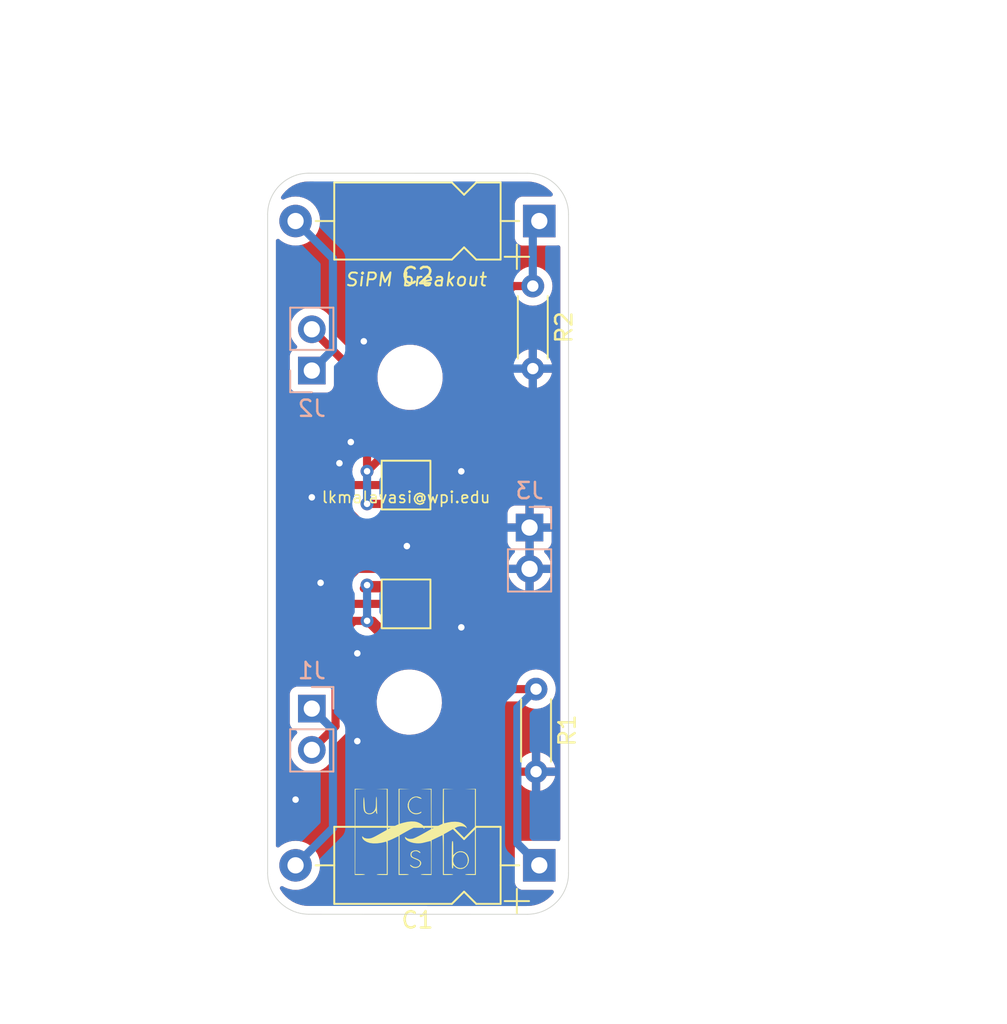
<source format=kicad_pcb>
(kicad_pcb (version 20211014) (generator pcbnew)
  (layers (0 "F.Cu" signal) (31 "B.Cu" signal) (34 "B.Paste" user) (35 "F.Paste" user) (36 "B.SilkS" user "B.Silkscreen") (37 "F.SilkS" user "F.Silkscreen") (38 "B.Mask" user) (39 "F.Mask" user) (44 "Edge.Cuts" user))
  (net 0 "")
  (net 1 "/SIG1")
  (net 2 "/BIAS1")
  (net 3 "/BIAS2")
  (net 4 "/SIG2")
  (net 5 "/GND")
  (net 6 "Net-(C1-Pad1)")
  (net 7 "Net-(C2-Pad1)")
  (footprint "Package_BGA:AFBR-S4N33C013(3x3mm9bga)" (layer "F.Cu") (at 85.2 107.755 180)
    (fp_text reference "D1" (at 0 -0.5 180 unlocked) (layer "F.SilkS"))
    (fp_text value "D_SiPM")
    (fp_rect (start -1.5 4.7) (end 1.5 7.7) (layer "F.SilkS") (width 0.12) (fill none))
    (pad "1" smd circle (at 0 5.1 180) (size 0.5 0.5) (layers "F.Cu" "F.Paste" "F.Mask") (net 2 "/BIAS1"))
    (pad "1" smd circle (at 1 7.2 180) (size 0.5 0.5) (layers "F.Cu" "F.Paste" "F.Mask") (net 2 "/BIAS1"))
    (pad "1" smd circle (at -1 7.2 180) (size 0.5 0.5) (layers "F.Cu" "F.Paste" "F.Mask") (net 2 "/BIAS1"))
    (pad "1" smd circle (at 0 7.2 180) (size 0.5 0.5) (layers "F.Cu" "F.Paste" "F.Mask") (net 2 "/BIAS1"))
    (pad "2" smd circle (at 1 6.2 180) (size 0.5 0.5) (layers "F.Cu" "F.Paste" "F.Mask") (net 6 "Net-(C1-Pad1)"))
    (pad "2" smd circle (at -1 6.2 180) (size 0.5 0.5) (layers "F.Cu" "F.Paste" "F.Mask") (net 6 "Net-(C1-Pad1)"))
    (pad "4" smd circle (at -1 5.1 180) (size 0.5 0.5) (layers "F.Cu" "F.Paste" "F.Mask"))
    (pad "4" smd circle (at 1 5.1 180) (size 0.5 0.5) (layers "F.Cu" "F.Paste" "F.Mask"))
    (pad "5" smd circle (at 0 6.2 180) (size 0.5 0.5) (layers "F.Cu" "F.Paste" "F.Mask"))
  )
  (footprint "Resistor_THT:R_Axial_DIN0204_L3.6mm_D1.6mm_P5.08mm_Horizontal" (layer "F.Cu") (at 93 82 -90)
    (fp_text reference "R2" (at 2.54 -1.92 90) (layer "F.SilkS"))
    (fp_text value "5k")
    (fp_line (start 0.62 -0.92) (end 4.46 -0.92) (layer "F.SilkS") (width 0.12))
    (fp_line (start 0.62 0.92) (end 4.46 0.92) (layer "F.SilkS") (width 0.12))
    (pad "1" thru_hole circle (at 0 0 270) (size 1.4 1.4) (drill 0.7) (layers *.Cu *.Mask) (net 7 "Net-(C2-Pad1)"))
    (pad "2" thru_hole oval (at 5.08 0 270) (size 1.4 1.4) (drill 0.7) (layers *.Cu *.Mask) (net 5 "/GND"))
  )
  (footprint "Resistor_THT:R_Axial_DIN0204_L3.6mm_D1.6mm_P5.08mm_Horizontal" (layer "F.Cu") (at 93.2 106.8 -90)
    (fp_text reference "R1" (at 2.54 -1.92 90) (layer "F.SilkS"))
    (fp_text value "5k")
    (fp_line (start 0.62 -0.92) (end 4.46 -0.92) (layer "F.SilkS") (width 0.12))
    (fp_line (start 0.62 0.92) (end 4.46 0.92) (layer "F.SilkS") (width 0.12))
    (pad "1" thru_hole circle (at 0 0 270) (size 1.4 1.4) (drill 0.7) (layers *.Cu *.Mask) (net 6 "Net-(C1-Pad1)"))
    (pad "2" thru_hole oval (at 5.08 0 270) (size 1.4 1.4) (drill 0.7) (layers *.Cu *.Mask) (net 5 "/GND"))
  )
  (footprint "Capacitor_THT:CP_Axial_L10.0mm_D4.5mm_P15.00mm_Horizontal" (layer "F.Cu") (at 93.4 117.6425 180)
    (fp_text reference "C1" (at 7.5 -3.37) (layer "F.SilkS"))
    (fp_text value "10u")
    (fp_line (start 4.63 1.62) (end 5.38 2.37) (layer "F.SilkS") (width 0.12))
    (fp_line (start 4.63 -1.62) (end 5.38 -2.37) (layer "F.SilkS") (width 0.12))
    (fp_line (start 5.38 2.37) (end 12.62 2.37) (layer "F.SilkS") (width 0.12))
    (fp_line (start 13.76 0) (end 12.62 0) (layer "F.SilkS") (width 0.12))
    (fp_line (start 1.38 -2.95) (end 1.38 -1.45) (layer "F.SilkS") (width 0.12))
    (fp_line (start 5.38 -2.37) (end 12.62 -2.37) (layer "F.SilkS") (width 0.12))
    (fp_line (start 1.24 0) (end 2.38 0) (layer "F.SilkS") (width 0.12))
    (fp_line (start 0.63 -2.2) (end 2.13 -2.2) (layer "F.SilkS") (width 0.12))
    (fp_line (start 2.38 -2.37) (end 3.88 -2.37) (layer "F.SilkS") (width 0.12))
    (fp_line (start 2.38 -2.37) (end 2.38 2.37) (layer "F.SilkS") (width 0.12))
    (fp_line (start 12.62 -2.37) (end 12.62 2.37) (layer "F.SilkS") (width 0.12))
    (fp_line (start 3.88 -2.37) (end 4.63 -1.62) (layer "F.SilkS") (width 0.12))
    (fp_line (start 2.38 2.37) (end 3.88 2.37) (layer "F.SilkS") (width 0.12))
    (fp_line (start 3.88 2.37) (end 4.63 1.62) (layer "F.SilkS") (width 0.12))
    (pad "1" thru_hole rect (at 0 0 180) (size 2 2) (drill 1) (layers *.Cu *.Mask) (net 6 "Net-(C1-Pad1)"))
    (pad "2" thru_hole oval (at 15 0 180) (size 2 2) (drill 1) (layers *.Cu *.Mask) (net 1 "/SIG1"))
  )
  (footprint "Package_BGA:AFBR-S4N33C013(3x3mm9bga)" (layer "F.Cu") (at 85.2 88.045)
    (fp_text reference "D2" (at 0 -0.5 unlocked) (layer "F.SilkS"))
    (fp_text value "D_SiPM")
    (fp_rect (start -1.5 4.7) (end 1.5 7.7) (layer "F.SilkS") (width 0.12) (fill none))
    (pad "1" smd circle (at 0 7.2) (size 0.5 0.5) (layers "F.Cu" "F.Paste" "F.Mask") (net 3 "/BIAS2"))
    (pad "1" smd circle (at -1 7.2) (size 0.5 0.5) (layers "F.Cu" "F.Paste" "F.Mask") (net 3 "/BIAS2"))
    (pad "1" smd circle (at 1 7.2) (size 0.5 0.5) (layers "F.Cu" "F.Paste" "F.Mask") (net 3 "/BIAS2"))
    (pad "1" smd circle (at 0 5.1) (size 0.5 0.5) (layers "F.Cu" "F.Paste" "F.Mask") (net 3 "/BIAS2"))
    (pad "2" smd circle (at -1 6.2) (size 0.5 0.5) (layers "F.Cu" "F.Paste" "F.Mask") (net 7 "Net-(C2-Pad1)"))
    (pad "2" smd circle (at 1 6.2) (size 0.5 0.5) (layers "F.Cu" "F.Paste" "F.Mask") (net 7 "Net-(C2-Pad1)"))
    (pad "4" smd circle (at -1 5.1) (size 0.5 0.5) (layers "F.Cu" "F.Paste" "F.Mask"))
    (pad "4" smd circle (at 1 5.1) (size 0.5 0.5) (layers "F.Cu" "F.Paste" "F.Mask"))
    (pad "5" smd circle (at 0 6.2) (size 0.5 0.5) (layers "F.Cu" "F.Paste" "F.Mask"))
  )
  (footprint "tart:ucsb_logo_small" (layer "F.Cu") (at 85.8 115.6)
    (fp_text reference "G***" hide)
    (fp_text value "LOGO" hide)
    (fp_poly (pts (xy 3.697852 2.636993) (xy 3.364439 2.636993) (xy 3.214001 2.634358) (xy 3.103912 2.626923) (xy 3.041917 2.615392) (xy 3.031026 2.606683) (xy 3.059843 2.592602) (xy 3.140472 2.582422) (xy 3.264178 2.577016) (xy 3.334129 2.576373) (xy 3.637232 2.576373) (xy 3.637232 -2.634872) (xy 3.326551 -2.644695) (xy 3.015871 -2.654518) (xy 3.356862 -2.66091) (xy 3.697852 -2.667303)) (layer "F.SilkS") (width 0) (fill solid))
    (fp_poly (pts (xy -0.704713 -2.660865) (xy -0.348568 -2.654428) (xy -0.674403 -2.644685) (xy -1.000239 -2.634942) (xy -1.000239 -1.575108) (xy -1.000027 -1.328462) (xy -0.999427 -1.10215) (xy -0.998487 -0.903034) (xy -0.997257 -0.737978) (xy -0.995787 -0.613842) (xy -0.994126 -0.53749) (xy -0.992564 -0.515274) (xy -0.961938 -0.523065) (xy -0.888254 -0.543617) (xy -0.786644 -0.572701) (xy -0.772815 -0.576702) (xy -0.522651 -0.633721) (xy -0.282795 -0.65912) (xy -0.067896 -0.652035) (xy 0.063766 -0.626155) (xy 0.205144 -0.572094) (xy 0.331995 -0.500006) (xy 0.435467 -0.417973) (xy 0.50671 -0.334074) (xy 0.536871 -0.256393) (xy 0.525655 -0.204446) (xy 0.501769 -0.200127) (xy 0.481577 -0.235602) (xy 0.431428 -0.292206) (xy 0.333789 -0.336873) (xy 0.331215 -0.337652) (xy 0.233893 -0.355303) (xy 0.126082 -0.34988) (xy 0.000101 -0.318884) (xy -0.15173 -0.259812) (xy -0.337091 -0.170163) (xy -0.563661 -0.047438) (xy -0.568725 -0.044595) (xy -0.998913 0.197017) (xy -1.000239 2.576373) (xy -0.712291 2.576373) (xy -0.57647 2.579396) (xy -0.478914 2.587812) (xy -0.428932 2.600642) (xy -0.424344 2.606683) (xy -0.453248 2.620557) (xy -0.534483 2.63065) (xy -0.659834 2.63618) (xy -0.742601 2.636993) (xy -1.060859 2.636993) (xy -1.060859 0.244663) (xy -1.302778 0.361652) (xy -1.424473 0.419108) (xy -1.536268 0.469458) (xy -1.619015 0.504152) (xy -1.636191 0.510537) (xy -1.727685 0.542432) (xy -1.727685 2.636993) (xy -2.078042 2.636993) (xy -2.24116 2.634529) (xy -2.351156 2.627311) (xy -2.405188 2.615598) (xy -2.409666 2.606683) (xy -2.372887 2.593615) (xy -2.288898 2.583447) (xy -2.171088 2.577446) (xy -2.089619 2.576373) (xy -1.788305 2.576373) (xy -1.788305 1.574092) (xy -1.788471 1.301044) (xy -1.789181 1.082682) (xy -1.790755 0.913071) (xy -1.793511 0.786277) (xy -1.797769 0.696365) (xy -1.803849 0.6374) (xy -1.812069 0.603449) (xy -1.82275 0.588577) (xy -1.836209 0.586849) (xy -1.841348 0.588162) (xy -2.109864 0.654945) (xy -2.372919 0.690303) (xy -2.618919 0.69403) (xy -2.836274 0.665916) (xy -3.006793 0.60899) (xy -3.15289 0.523041) (xy -3.252487 0.430541) (xy -3.299747 0.337449) (xy -3.302854 0.306547) (xy -3.298435 0.254284) (xy -3.281576 0.255628) (xy -3.264967 0.275419) (xy -3.176519 0.349335) (xy -3.048653 0.387312) (xy -2.941114 0.394034) (xy -2.862501 0.391081) (xy -2.787566 0.379619) (xy -2.706725 0.355747) (xy -2.610394 0.315562) (xy -2.488991 0.25516) (xy -2.33293 0.170639) (xy -2.174867 0.082005) (xy -1.788516 -0.136396) (xy -1.788411 -1.385669) (xy -1.788305 -2.634942) (xy -2.114141 -2.644685) (xy -2.439976 -2.654428) (xy -2.08383 -2.660865) (xy -1.727685 -2.667303) (xy -1.727685 -1.422056) (xy -1.727152 -1.154495) (xy -1.72563 -0.907193) (xy -1.723234 -0.686403) (xy -1.720079 -0.498377) (xy -1.716281 -0.349368) (xy -1.711954 -0.245628) (xy -1.707214 -0.193411) (xy -1.704952 -0.1884) (xy -1.636501 -0.222057) (xy -1.5363 -0.269883) (xy -1.42051 -0.324337) (xy -1.305291 -0.377881) (xy -1.206805 -0.422974) (xy -1.141213 -0.452078) (xy -1.129057 -0.457076) (xy -1.060859 -0.483463) (xy -1.060859 -2.667303)) (layer "F.SilkS") (width 0) (fill solid))
    (fp_poly (pts (xy 0.24026 -2.152723) (xy 0.316045 -2.106384) (xy 0.359811 -2.064696) (xy 0.352701 -2.047983) (xy 0.299229 -2.056574) (xy 0.203905 -2.090803) (xy 0.188933 -2.097043) (xy 0.091906 -2.134207) (xy 0.021377 -2.14651) (xy -0.05019 -2.136576) (xy -0.09498 -2.124086) (xy -0.240408 -2.051545) (xy -0.350282 -1.937246) (xy -0.413862 -1.792703) (xy -0.416849 -1.779083) (xy -0.42931 -1.597418) (xy -0.393575 -1.437768) (xy -0.315435 -1.307507) (xy -0.200679 -1.214013) (xy -0.0551 -1.16466) (xy 0.068505 -1.160846) (xy 0.167697 -1.179036) (xy 0.248671 -1.210334) (xy 0.27009 -1.22512) (xy 0.321947 -1.255932) (xy 0.346525 -1.246026) (xy 0.340406 -1.207508) (xy 0.288582 -1.166163) (xy 0.205109 -1.129334) (xy 0.104043 -1.104363) (xy 0.066475 -1.099728) (xy -0.060069 -1.102534) (xy -0.179209 -1.141324) (xy -0.211927 -1.157386) (xy -0.353675 -1.261006) (xy -0.449798 -1.395662) (xy -0.498645 -1.550656) (xy -0.498563 -1.715297) (xy -0.447899 -1.878888) (xy -0.34658 -2.028997) (xy -0.217902 -2.13134) (xy -0.067477 -2.187212) (xy 0.090107 -2.194907)) (layer "F.SilkS") (width 0) (fill solid))
    (fp_poly (pts (xy 2.008438 -2.66091) (xy 2.349046 -2.654518) (xy 2.038365 -2.644695) (xy 1.727685 -2.634872) (xy 1.727685 -1.590228) (xy 1.728056 -1.345421) (xy 1.729109 -1.120998) (xy 1.730756 -0.923871) (xy 1.732911 -0.760951) (xy 1.735484 -0.639151) (xy 1.738389 -0.565384) (xy 1.740959 -0.545584) (xy 1.774917 -0.552007) (xy 1.851623 -0.568892) (xy 1.954855 -0.592662) (xy 1.960709 -0.594034) (xy 2.188126 -0.632112) (xy 2.414631 -0.642426) (xy 2.62082 -0.624961) (xy 2.747223 -0.594707) (xy 2.878757 -0.535399) (xy 2.997001 -0.454221) (xy 3.087051 -0.363554) (xy 3.134005 -0.275781) (xy 3.134712 -0.272792) (xy 3.141534 -0.230262) (xy 3.134094 -0.235542) (xy 3.076232 -0.295671) (xy 2.975688 -0.337816) (xy 2.848427 -0.35933) (xy 2.710415 -0.357569) (xy 2.577617 -0.329889) (xy 2.573318 -0.328438) (xy 2.509196 -0.300571) (xy 2.405784 -0.248976) (xy 2.276169 -0.180444) (xy 2.133438 -0.101764) (xy 2.098986 -0.082297) (xy 1.727685 0.128559) (xy 1.727685 2.576373) (xy 2.015633 2.576373) (xy 2.151453 2.579396) (xy 2.249009 2.587812) (xy 2.298992 2.600642) (xy 2.30358 2.606683) (xy 2.274676 2.620557) (xy 2.193441 2.63065) (xy 2.068089 2.63618) (xy 1.985322 2.636993) (xy 1.667065 2.636993) (xy 1.667065 1.406902) (xy 1.666408 1.11503) (xy 1.66451 0.854293) (xy 1.661479 0.62953) (xy 1.657426 0.445577) (xy 1.652459 0.307271) (xy 1.646686 0.219449) (xy 1.640217 0.186948) (xy 1.63957 0.186914) (xy 1.602667 0.203255) (xy 1.523018 0.240081) (xy 1.412607 0.29181) (xy 1.292468 0.348568) (xy 0.972859 0.50012) (xy 0.971394 1.568557) (xy 0.969929 2.636993) (xy 0.636516 2.636993) (xy 0.486078 2.634358) (xy 0.375988 2.626923) (xy 0.313994 2.615392) (xy 0.303103 2.606683) (xy 0.332007 2.592809) (xy 0.413242 2.582716) (xy 0.538594 2.577186) (xy 0.621361 2.576373) (xy 0.939618 2.576373) (xy 0.939618 1.560979) (xy 0.938946 1.319753) (xy 0.937037 1.099009) (xy 0.934052 0.905758) (xy 0.930154 0.74701) (xy 0.925505 0.629778) (xy 0.920266 0.561071) (xy 0.91619 0.545585) (xy 0.878681 0.552756) (xy 0.796058 0.572108) (xy 0.681834 0.600397) (xy 0.590355 0.623771) (xy 0.422748 0.663417) (xy 0.287032 0.685079) (xy 0.158198 0.691675) (xy 0.040751 0.687924) (xy -0.142973 0.664759) (xy -0.313356 0.619777) (xy -0.460624 0.557873) (xy -0.575002 0.483947) (xy -0.646712 0.402896) (xy -0.666826 0.333413) (xy -0.664149 0.292322) (xy -0.646246 0.295096) (xy -0.607896 0.331723) (xy -0.509917 0.390477) (xy -0.375087 0.416418) (xy -0.219014 0.407115) (xy -0.177384 0.39874) (xy -0.103067 0.372646) (xy 0.01168 0.321366) (xy 0.155145 0.250638) (xy 0.315619 0.166199) (xy 0.455094 0.088817) (xy 0.940301 -0.187113) (xy 0.924463 -2.621837) (xy 0.606205 -2.638637) (xy 0.287948 -2.655436) (xy 0.628938 -2.66137) (xy 0.969929 -2.667303) (xy 0.969929 -1.436494) (xy 0.970287 -1.11995) (xy 0.971455 -0.859506) (xy 0.973573 -0.650649) (xy 0.976784 -0.488861) (xy 0.981226 -0.369629) (xy 0.987043 -0.288436) (xy 0.994373 -0.240766) (xy 1.003359 -0.222105) (xy 1.007816 -0.221896) (xy 1.049665 -0.240548) (xy 1.133587 -0.278476) (xy 1.24652 -0.329764) (xy 1.348807 -0.376358) (xy 1.651909 -0.51461) (xy 1.65987 -1.590956) (xy 1.66783 -2.667303)) (layer "F.SilkS") (width 0) (fill solid))
    (fp_poly (pts (xy -2.412528 -2.152909) (xy -2.403096 -2.068038) (xy -2.396865 -1.932854) (xy -2.394175 -1.752484) (xy -2.394097 -1.720107) (xy -2.392714 -1.553203) (xy -2.389185 -1.403108) (xy -2.383978 -1.28249) (xy -2.37756 -1.204019) (xy -2.374345 -1.185619) (xy -2.36821 -1.133554) (xy -2.393663 -1.126163) (xy -2.397492 -1.127333) (xy -2.429592 -1.164354) (xy -2.449146 -1.234875) (xy -2.449586 -1.238981) (xy -2.459196 -1.336658) (xy -2.522873 -1.255706) (xy -2.633477 -1.158457) (xy -2.768233 -1.105372) (xy -2.910481 -1.099854) (xy -3.04356 -1.145306) (xy -3.048597 -1.148318) (xy -3.117086 -1.201581) (xy -3.166379 -1.271514) (xy -3.199239 -1.367874) (xy -3.218429 -1.500415) (xy -3.226713 -1.678893) (xy -3.227623 -1.780329) (xy -3.224883 -1.960658) (xy -3.217156 -2.081283) (xy -3.2059 -2.142779) (xy -3.192572 -2.145719) (xy -3.178627 -2.090678) (xy -3.165522 -1.97823) (xy -3.154714 -1.808948) (xy -3.152267 -1.750635) (xy -3.142686 -1.572269) (xy -3.129154 -1.427177) (xy -3.11279 -1.325146) (xy -3.09853 -1.281303) (xy -3.019522 -1.195949) (xy -2.915213 -1.15532) (xy -2.79874 -1.157267) (xy -2.683244 -1.199645) (xy -2.581865 -1.280303) (xy -2.517091 -1.376349) (xy -2.488279 -1.446837) (xy -2.469757 -1.525417) (xy -2.459494 -1.6274) (xy -2.455458 -1.768097) (xy -2.455131 -1.84334) (xy -2.452537 -1.995507) (xy -2.445208 -2.107096) (xy -2.433821 -2.170522) (xy -2.424821 -2.182338)) (layer "F.SilkS") (width 0) (fill solid))
    (fp_poly (pts (xy 0.081911 1.122864) (xy 0.170994 1.154419) (xy 0.243225 1.199725) (xy 0.283912 1.247407) (xy 0.284035 1.279362) (xy 0.252379 1.28217) (xy 0.201397 1.248979) (xy 0.100914 1.18703) (xy -0.006072 1.166755) (xy -0.108057 1.182525) (xy -0.193535 1.228709) (xy -0.251003 1.299676) (xy -0.268955 1.389797) (xy -0.248422 1.469116) (xy -0.204901 1.519962) (xy -0.117448 1.568103) (xy -0.011479 1.607667) (xy 0.159855 1.680416) (xy 0.274112 1.764828) (xy 0.330503 1.859436) (xy 0.328242 1.962771) (xy 0.266541 2.073363) (xy 0.249077 2.09391) (xy 0.143669 2.169708) (xy 0.010786 2.204743) (xy -0.129165 2.19543) (xy -0.197028 2.172294) (xy -0.277248 2.125363) (xy -0.335385 2.072405) (xy -0.358797 2.026614) (xy -0.352768 2.009729) (xy -0.320036 2.014521) (xy -0.266805 2.052574) (xy -0.261864 2.057127) (xy -0.156704 2.122624) (xy -0.036967 2.146856) (xy 0.080957 2.131875) (xy 0.180675 2.079729) (xy 0.245282 1.993718) (xy 0.266595 1.901238) (xy 0.243173 1.823546) (xy 0.170411 1.755023) (xy 0.043706 1.69005) (xy -0.025872 1.662775) (xy -0.137867 1.616456) (xy -0.23026 1.569198) (xy -0.285398 1.530194) (xy -0.289438 1.525527) (xy -0.325001 1.43637) (xy -0.32623 1.329686) (xy -0.293156 1.237885) (xy -0.289153 1.232318) (xy -0.210443 1.169925) (xy -0.097861 1.128586) (xy 0.023397 1.115733)) (layer "F.SilkS") (width 0) (fill solid))
    (fp_poly (pts (xy -3.417482 -2.66137) (xy -3.076491 -2.655436) (xy -3.394749 -2.638637) (xy -3.713007 -2.621837) (xy -3.728501 2.576373) (xy -3.425229 2.576373) (xy -3.284367 2.579253) (xy -3.182519 2.587312) (xy -3.128413 2.599678) (xy -3.121957 2.606683) (xy -3.150861 2.620557) (xy -3.232096 2.63065) (xy -3.357448 2.63618) (xy -3.440215 2.636993) (xy -3.758472 2.636993) (xy -3.758472 -2.667303)) (layer "F.SilkS") (width 0) (fill solid))
    (fp_poly (pts (xy 2.276228 0.553976) (xy 2.288922 0.584868) (xy 2.297091 0.646841) (xy 2.301628 0.748472) (xy 2.303426 0.898341) (xy 2.30358 0.982053) (xy 2.30358 1.418521) (xy 2.403919 1.318182) (xy 2.538805 1.22163) (xy 2.690851 1.175102) (xy 2.847213 1.177206) (xy 2.995051 1.226554) (xy 3.121524 1.321756) (xy 3.183156 1.40251) (xy 3.251628 1.562369) (xy 3.27041 1.723168) (xy 3.245535 1.877) (xy 3.183035 2.015954) (xy 3.088942 2.132123) (xy 2.969289 2.217599) (xy 2.830108 2.264472) (xy 2.677431 2.264834) (xy 2.55349 2.228019) (xy 2.461636 2.173792) (xy 2.379256 2.103592) (xy 2.379206 2.103538) (xy 2.30358 2.021936) (xy 2.30358 2.132448) (xy 2.294517 2.212647) (xy 2.265219 2.242373) (xy 2.258115 2.24296) (xy 2.244616 2.236308) (xy 2.234027 2.212145) (xy 2.226009 2.164161) (xy 2.220224 2.086047) (xy 2.216334 1.971493) (xy 2.214002 1.814189) (xy 2.213811 1.77885) (xy 2.299275 1.77885) (xy 2.306145 1.829472) (xy 2.36082 1.981734) (xy 2.457743 2.099756) (xy 2.58563 2.177746) (xy 2.733199 2.209913) (xy 2.889166 2.190465) (xy 2.95777 2.163957) (xy 3.075509 2.078097) (xy 3.154184 1.959286) (xy 3.194864 1.819751) (xy 3.198616 1.67172) (xy 3.166508 1.527421) (xy 3.099608 1.399082) (xy 2.998983 1.298932) (xy 2.877262 1.242125) (xy 2.718957 1.227025) (xy 2.575215 1.264264) (xy 2.453705 1.345954) (xy 2.362099 1.464207) (xy 2.308065 1.611135) (xy 2.299275 1.77885) (xy 2.213811 1.77885) (xy 2.212889 1.607826) (xy 2.212649 1.394273) (xy 2.213006 1.142297) (xy 2.2143 0.944629) (xy 2.216871 0.794959) (xy 2.221055 0.686978) (xy 2.227192 0.614374) (xy 2.235619 0.57084) (xy 2.246674 0.550065) (xy 2.258115 0.545585)) (layer "F.SilkS") (width 0) (fill solid))
  )
  (footprint "Capacitor_THT:CP_Axial_L10.0mm_D4.5mm_P15.00mm_Horizontal" (layer "F.Cu") (at 93.4 78 180)
    (fp_text reference "C2" (at 7.5 -3.37) (layer "F.SilkS"))
    (fp_text value "10u")
    (fp_line (start 3.88 -2.37) (end 4.63 -1.62) (layer "F.SilkS") (width 0.12))
    (fp_line (start 1.24 0) (end 2.38 0) (layer "F.SilkS") (width 0.12))
    (fp_line (start 3.88 2.37) (end 4.63 1.62) (layer "F.SilkS") (width 0.12))
    (fp_line (start 2.38 2.37) (end 3.88 2.37) (layer "F.SilkS") (width 0.12))
    (fp_line (start 4.63 1.62) (end 5.38 2.37) (layer "F.SilkS") (width 0.12))
    (fp_line (start 5.38 -2.37) (end 12.62 -2.37) (layer "F.SilkS") (width 0.12))
    (fp_line (start 2.38 -2.37) (end 3.88 -2.37) (layer "F.SilkS") (width 0.12))
    (fp_line (start 12.62 -2.37) (end 12.62 2.37) (layer "F.SilkS") (width 0.12))
    (fp_line (start 13.76 0) (end 12.62 0) (layer "F.SilkS") (width 0.12))
    (fp_line (start 0.63 -2.2) (end 2.13 -2.2) (layer "F.SilkS") (width 0.12))
    (fp_line (start 5.38 2.37) (end 12.62 2.37) (layer "F.SilkS") (width 0.12))
    (fp_line (start 4.63 -1.62) (end 5.38 -2.37) (layer "F.SilkS") (width 0.12))
    (fp_line (start 2.38 -2.37) (end 2.38 2.37) (layer "F.SilkS") (width 0.12))
    (fp_line (start 1.38 -2.95) (end 1.38 -1.45) (layer "F.SilkS") (width 0.12))
    (pad "1" thru_hole rect (at 0 0 180) (size 2 2) (drill 1) (layers *.Cu *.Mask) (net 7 "Net-(C2-Pad1)"))
    (pad "2" thru_hole oval (at 15 0 180) (size 2 2) (drill 1) (layers *.Cu *.Mask) (net 4 "/SIG2"))
  )
  (footprint "MountingHole:MountingHole_3mm" (layer "B.Cu") (at 85.447 87.617 -90)
    (fp_text reference "H1" hide)
    (fp_text value "MountingHole")
    (pad "" np_thru_hole circle (at 0 0 270) (size 3 3) (drill 3) (layers *.Cu *.Mask))
  )
  (footprint "Connector_PinHeader_2.54mm:PinHeader_1x02_P2.54mm_Vertical" (layer "B.Cu") (at 79.4 87.2)
    (fp_text reference "J2" (at 0 2.33) (layer "B.SilkS") (effects (justify mirror)))
    (fp_text value "Conn_01x02_Male")
    (fp_line (start -1.33 0) (end -1.33 1.33) (layer "B.SilkS") (width 0.12))
    (fp_line (start -1.33 -1.27) (end 1.33 -1.27) (layer "B.SilkS") (width 0.12))
    (fp_line (start -1.33 1.33) (end 0 1.33) (layer "B.SilkS") (width 0.12))
    (fp_line (start -1.33 -1.27) (end -1.33 -3.87) (layer "B.SilkS") (width 0.12))
    (fp_line (start -1.33 -3.87) (end 1.33 -3.87) (layer "B.SilkS") (width 0.12))
    (fp_line (start 1.33 -1.27) (end 1.33 -3.87) (layer "B.SilkS") (width 0.12))
    (pad "1" thru_hole rect (at 0 0) (size 1.7 1.7) (drill 1) (layers *.Cu *.Mask) (net 4 "/SIG2"))
    (pad "2" thru_hole oval (at 0 -2.54) (size 1.7 1.7) (drill 1) (layers *.Cu *.Mask) (net 3 "/BIAS2"))
  )
  (footprint "Connector_PinHeader_2.54mm:PinHeader_1x02_P2.54mm_Vertical" (layer "B.Cu") (at 79.4 108 180)
    (fp_text reference "J1" (at 0 2.33) (layer "B.SilkS") (effects (justify mirror)))
    (fp_text value "Conn_01x02_Male")
    (fp_line (start -1.33 -1.27) (end -1.33 -3.87) (layer "B.SilkS") (width 0.12))
    (fp_line (start 1.33 -1.27) (end 1.33 -3.87) (layer "B.SilkS") (width 0.12))
    (fp_line (start -1.33 -3.87) (end 1.33 -3.87) (layer "B.SilkS") (width 0.12))
    (fp_line (start -1.33 1.33) (end 0 1.33) (layer "B.SilkS") (width 0.12))
    (fp_line (start -1.33 0) (end -1.33 1.33) (layer "B.SilkS") (width 0.12))
    (fp_line (start -1.33 -1.27) (end 1.33 -1.27) (layer "B.SilkS") (width 0.12))
    (pad "1" thru_hole rect (at 0 0 180) (size 1.7 1.7) (drill 1) (layers *.Cu *.Mask) (net 1 "/SIG1"))
    (pad "2" thru_hole oval (at 0 -2.54 180) (size 1.7 1.7) (drill 1) (layers *.Cu *.Mask) (net 2 "/BIAS1"))
  )
  (footprint "MountingHole:MountingHole_3mm" (layer "B.Cu") (at 85.4 107.6 180)
    (fp_text reference "H2" hide)
    (fp_text value "MountingHole")
    (pad "" np_thru_hole circle (at 0 0 180) (size 3 3) (drill 3) (layers *.Cu *.Mask))
  )
  (footprint "Connector_PinHeader_2.54mm:PinHeader_1x02_P2.54mm_Vertical" (layer "B.Cu") (at 92.8 96.925 180)
    (fp_text reference "J3" (at 0 2.33) (layer "B.SilkS") (effects (justify mirror)))
    (fp_text value "Conn_01x02_Female")
    (fp_line (start -1.33 1.33) (end 0 1.33) (layer "B.SilkS") (width 0.12))
    (fp_line (start -1.33 -1.27) (end -1.33 -3.87) (layer "B.SilkS") (width 0.12))
    (fp_line (start 1.33 -1.27) (end 1.33 -3.87) (layer "B.SilkS") (width 0.12))
    (fp_line (start -1.33 -1.27) (end 1.33 -1.27) (layer "B.SilkS") (width 0.12))
    (fp_line (start -1.33 -3.87) (end 1.33 -3.87) (layer "B.SilkS") (width 0.12))
    (fp_line (start -1.33 0) (end -1.33 1.33) (layer "B.SilkS") (width 0.12))
    (pad "1" thru_hole rect (at 0 0.065 180) (size 1.7 1.7) (drill 1) (layers *.Cu *.Mask) (net 5 "/GND"))
    (pad "2" thru_hole oval (at 0 -2.475 180) (size 1.7 1.7) (drill 1) (layers *.Cu *.Mask) (net 5 "/GND"))
  )
  (gr_line (start 95.2 77.6) (end 95.2 118.113) (layer "Edge.Cuts") (width 0.05))
  (gr_line (start 79.22 75.057) (end 92.66 75.06) (layer "Edge.Cuts") (width 0.05))
  (gr_line (start 92.66 120.653) (end 79.22 120.65) (layer "Edge.Cuts") (width 0.05))
  (gr_arc (start 76.68 77.597) (mid 77.423949 75.800949) (end 79.22 75.057) (layer "Edge.Cuts") (width 0.05))
  (gr_arc (start 92.66 75.06) (mid 94.456051 75.803949) (end 95.2 77.6) (layer "Edge.Cuts") (width 0.05))
  (gr_arc (start 79.22 120.65) (mid 77.423949 119.906051) (end 76.68 118.11) (layer "Edge.Cuts") (width 0.05))
  (gr_arc (start 95.2 118.113) (mid 94.456051 119.909051) (end 92.66 120.653) (layer "Edge.Cuts") (width 0.05))
  (gr_line (start 76.68 118.11) (end 76.68 77.597) (layer "Edge.Cuts") (width 0.05))
  (gr_text "lkmalavasi@wpi.edu" (at 85.2 95) (layer "F.SilkS") (effects (font (size 0.7 0.7) (thickness 0.1))))
  (gr_text "SiPM breakout" (at 81.4 81.6) (layer "F.SilkS") (effects (font (size 0.8 0.8) (thickness 0.12) italic) (justify left)))
  (segment (start 78.4 117.6425) (end 80.7 115.3425) (width 0.5) (layer "B.Cu") (net 1))
  (segment (start 80.7 115.3425) (end 80.7 109.3) (width 0.5) (layer "B.Cu") (net 1))
  (segment (start 80.7 109.3) (end 79.4 108) (width 0.5) (layer "B.Cu") (net 1))
  (segment (start 84.045 100.4) (end 84.2 100.555) (width 0.5) (layer "F.Cu") (net 2))
  (segment (start 82.8 102.6) (end 83.555 103.355) (width 0.5) (layer "F.Cu") (net 2))
  (segment (start 84.5 103.355) (end 85.2 102.655) (width 0.5) (layer "F.Cu") (net 2))
  (segment (start 82.6 100.6) (end 86 100.6) (width 0.5) (layer "F.Cu") (net 2))
  (segment (start 80.86 103.74) (end 82 102.6) (width 0.5) (layer "F.Cu") (net 2))
  (segment (start 82.8 100.4) (end 84.045 100.4) (width 0.5) (layer "F.Cu") (net 2))
  (segment (start 79.4 110.54) (end 80.86 109.08) (width 0.5) (layer "F.Cu") (net 2))
  (segment (start 83.555 103.355) (end 84.5 103.355) (width 0.5) (layer "F.Cu") (net 2))
  (segment (start 84.645 103.355) (end 85.4 102.6) (width 0.5) (layer "F.Cu") (net 2))
  (segment (start 83.15505 102.6) (end 83.91005 103.355) (width 0.5) (layer "F.Cu") (net 2))
  (segment (start 86.2 100.555) (end 84.2 100.555) (width 0.5) (layer "F.Cu") (net 2))
  (segment (start 83.91005 103.355) (end 84.645 103.355) (width 0.5) (layer "F.Cu") (net 2))
  (segment (start 80.86 109.08) (end 80.86 103.74) (width 0.5) (layer "F.Cu") (net 2))
  (segment (start 82 102.6) (end 83.15505 102.6) (width 0.5) (layer "F.Cu") (net 2))
  (via (at 82.8 102.6) (size 0.8) (drill 0.4) (layers "F.Cu" "B.Cu") (net 2))
  (via (at 82.8 100.4) (size 0.8) (drill 0.4) (layers "F.Cu" "B.Cu") (net 2))
  (segment (start 82.8 102.6) (end 82.8 100.4) (width 0.5) (layer "B.Cu") (net 2))
  (segment (start 84.245 95.4) (end 84.4 95.245) (width 0.5) (layer "F.Cu") (net 3))
  (segment (start 82.8 93.4) (end 82.8 93.3955) (width 0.5) (layer "F.Cu") (net 3))
  (segment (start 82.8 93.4) (end 83.8 92.4) (width 0.5) (layer "F.Cu") (net 3))
  (segment (start 81.8 89.8) (end 82.8 90.8) (width 0.5) (layer "F.Cu") (net 3))
  (segment (start 81.8 87.06) (end 81.8 89.6) (width 0.5) (layer "F.Cu") (net 3))
  (segment (start 82.8 95.4) (end 84.245 95.4) (width 0.5) (layer "F.Cu") (net 3))
  (segment (start 79.4 84.66) (end 81.8 87.06) (width 0.5) (layer "F.Cu") (net 3))
  (segment (start 83.8 92.4) (end 84.655 92.4) (width 0.5) (layer "F.Cu") (net 3))
  (segment (start 83.2 95.4) (end 84 95.4) (width 0.5) (layer "F.Cu") (net 3))
  (segment (start 85.6 95.4) (end 83.6 95.4) (width 0.5) (layer "F.Cu") (net 3))
  (segment (start 86.4 95.245) (end 84.4 95.245) (width 0.5) (layer "F.Cu") (net 3))
  (segment (start 82.8 90.8) (end 82.8 93.4) (width 0.5) (layer "F.Cu") (net 3))
  (segment (start 84.655 92.4) (end 85.4 93.145) (width 0.5) (layer "F.Cu") (net 3))
  (via (at 82.8 95.4) (size 0.8) (drill 0.4) (layers "F.Cu" "B.Cu") (net 3))
  (via (at 82.8 93.3955) (size 0.8) (drill 0.4) (layers "F.Cu" "B.Cu") (net 3))
  (segment (start 82.8 95.4) (end 82.8 93.3955) (width 0.5) (layer "B.Cu") (net 3))
  (segment (start 80.7 80.3) (end 78.4 78) (width 0.5) (layer "B.Cu") (net 4))
  (segment (start 79.4 87.2) (end 80.7 85.9) (width 0.5) (layer "B.Cu") (net 4))
  (segment (start 80.7 85.9) (end 80.7 80.3) (width 0.5) (layer "B.Cu") (net 4))
  (via (at 81.8 91.6) (size 0.8) (drill 0.4) (layers "F.Cu" "B.Cu") (net 5))
  (via (at 88.6 93.4) (size 0.8) (drill 0.4) (layers "F.Cu" "B.Cu") (net 5))
  (via (at 79.940621 100.259834) (size 0.8) (drill 0.4) (layers "F.Cu" "B.Cu") (net 5))
  (via (at 82.6 85.4) (size 0.8) (drill 0.4) (layers "F.Cu" "B.Cu") (net 5))
  (via (at 78.4 113.6) (size 0.8) (drill 0.4) (layers "F.Cu" "B.Cu") (net 5))
  (via (at 82.2 110) (size 0.8) (drill 0.4) (layers "F.Cu" "B.Cu") (net 5))
  (via (at 82.2 104.6) (size 0.8) (drill 0.4) (layers "F.Cu" "B.Cu") (net 5))
  (via (at 79.4 95) (size 0.8) (drill 0.4) (layers "F.Cu" "B.Cu") (net 5))
  (via (at 81.099647 92.900353) (size 0.8) (drill 0.4) (layers "F.Cu" "B.Cu") (net 5))
  (via (at 88.6 103) (size 0.8) (drill 0.4) (layers "F.Cu" "B.Cu") (net 5))
  (via (at 85.25 98) (size 0.8) (drill 0.4) (layers "F.Cu" "B.Cu") (net 5))
  (segment (start 83.4 99.4) (end 83.6 99.4) (width 0.5) (layer "F.Cu") (net 6))
  (segment (start 86.645 101.555) (end 86.2 101.555) (width 0.5) (layer "F.Cu") (net 6))
  (segment (start 87.2 101) (end 87.2 103.2) (width 0.5) (layer "F.Cu") (net 6))
  (segment (start 81.4 100.2) (end 82 99.6) (width 0.5) (layer "F.Cu") (net 6))
  (segment (start 87.2 101) (end 86.645 101.555) (width 0.5) (layer "F.Cu") (net 6))
  (segment (start 86.6 99.4) (end 87.2 100) (width 0.5) (layer "F.Cu") (net 6))
  (segment (start 90.8 106.8) (end 93.2 106.8) (width 0.5) (layer "F.Cu") (net 6))
  (segment (start 81.4 101.6) (end 81.4 100.2) (width 0.5) (layer "F.Cu") (net 6))
  (segment (start 84.2 101.555) (end 81.445 101.555) (width 0.5) (layer "F.Cu") (net 6))
  (segment (start 87.2 103.2) (end 90.8 106.8) (width 0.5) (layer "F.Cu") (net 6))
  (segment (start 83.6 99.4) (end 86.6 99.4) (width 0.5) (layer "F.Cu") (net 6))
  (segment (start 87.2 100) (end 87.2 101) (width 0.5) (layer "F.Cu") (net 6))
  (segment (start 82.2 99.4) (end 83.4 99.4) (width 0.5) (layer "F.Cu") (net 6))
  (segment (start 82 99.6) (end 82.2 99.4) (width 0.5) (layer "F.Cu") (net 6))
  (segment (start 92.05 107.95) (end 92.05 116.2925) (width 0.5) (layer "B.Cu") (net 6))
  (segment (start 93.2 106.8) (end 92.05 107.95) (width 0.5) (layer "B.Cu") (net 6))
  (segment (start 93.4 117.6425) (end 93.4 117) (width 0.5) (layer "B.Cu") (net 6))
  (segment (start 92.05 116.2925) (end 93.4 117.6425) (width 0.5) (layer "B.Cu") (net 6))
  (segment (start 82.4 96.6) (end 80.65 94.85) (width 0.5) (layer "F.Cu") (net 7))
  (segment (start 91.8 82) (end 93 82) (width 0.5) (layer "F.Cu") (net 7))
  (segment (start 87 96.6) (end 82.4 96.6) (width 0.5) (layer "F.Cu") (net 7))
  (segment (start 88 95.2) (end 88.002082 95.2) (width 0.5) (layer "F.Cu") (net 7))
  (segment (start 88 96.2) (end 87.6 96.6) (width 0.5) (layer "F.Cu") (net 7))
  (segment (start 84.4 94.245) (end 80.755 94.245) (width 0.5) (layer "F.Cu") (net 7))
  (segment (start 80.65 94.85) (end 80.65 94.447918) (width 0.5) (layer "F.Cu") (net 7))
  (segment (start 86.955 94.245) (end 87 94.2) (width 0.5) (layer "F.Cu") (net 7))
  (segment (start 88 95.2) (end 88 96.2) (width 0.5) (layer "F.Cu") (net 7))
  (segment (start 80.755 94.245) (end 80.6 94.4) (width 0.5) (layer "F.Cu") (net 7))
  (segment (start 91 92.202082) (end 91 82.8) (width 0.5) (layer "F.Cu") (net 7))
  (segment (start 87.6 96.6) (end 87.2 96.6) (width 0.5) (layer "F.Cu") (net 7))
  (segment (start 87.2 96.6) (end 87 96.6) (width 0.5) (layer "F.Cu") (net 7))
  (segment (start 87 94.2) (end 87.2 94.4) (width 0.5) (layer "F.Cu") (net 7))
  (segment (start 88.002082 95.2) (end 91 92.202082) (width 0.5) (layer "F.Cu") (net 7))
  (segment (start 87.2 94.4) (end 88 95.2) (width 0.5) (layer "F.Cu") (net 7))
  (segment (start 91 82.8) (end 91.8 82) (width 0.5) (layer "F.Cu") (net 7))
  (segment (start 86.4 94.245) (end 86.955 94.245) (width 0.5) (layer "F.Cu") (net 7))
  (segment (start 93 78.4) (end 93.4 78) (width 0.5) (layer "B.Cu") (net 7))
  (segment (start 93.4 78) (end 92.6 78) (width 0.25) (layer "B.Cu") (net 7))
  (segment (start 93 82) (end 93 78.4) (width 0.5) (layer "B.Cu") (net 7))
  (zone (net 5) (net_name "/GND") (layers F&B.Cu) (connect_pads (clearance 0.508)) (min_thickness 0.254) (fill yes (thermal_gap 0.508) (thermal_bridge_width 0.508))
    (polygon (pts (xy 96.702113 68.587542) (xy 115.8 67.8) (xy 122.2 127.4) (xy 63.8 125.6) (xy 63.8 64.4)))
  )
)
</source>
